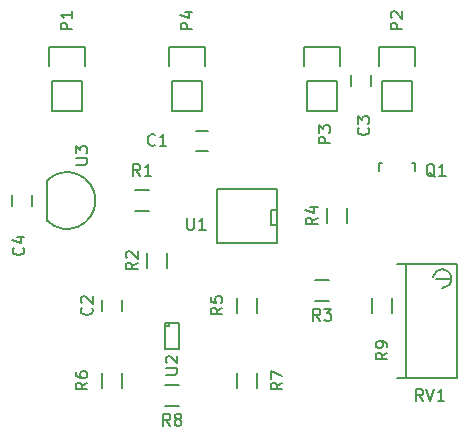
<source format=gbr>
G04 #@! TF.FileFunction,Legend,Top*
%FSLAX46Y46*%
G04 Gerber Fmt 4.6, Leading zero omitted, Abs format (unit mm)*
G04 Created by KiCad (PCBNEW 4.0.2-stable) date Tuesday, April 12, 2016 'PMt' 12:32:30 PM*
%MOMM*%
G01*
G04 APERTURE LIST*
%ADD10C,0.100000*%
%ADD11C,0.150000*%
G04 APERTURE END LIST*
D10*
D11*
X64000000Y-104560000D02*
X63000000Y-104560000D01*
X63000000Y-106260000D02*
X64000000Y-106260000D01*
X55030000Y-118880000D02*
X55030000Y-119880000D01*
X56730000Y-119880000D02*
X56730000Y-118880000D01*
X76112000Y-99830000D02*
X76112000Y-100830000D01*
X77812000Y-100830000D02*
X77812000Y-99830000D01*
X47410000Y-109990000D02*
X47410000Y-110990000D01*
X49110000Y-110990000D02*
X49110000Y-109990000D01*
X50520000Y-97510000D02*
X50520000Y-99060000D01*
X50800000Y-102870000D02*
X50800000Y-100330000D01*
X50800000Y-100330000D02*
X53340000Y-100330000D01*
X53620000Y-99060000D02*
X53620000Y-97510000D01*
X53620000Y-97510000D02*
X50520000Y-97510000D01*
X53340000Y-100330000D02*
X53340000Y-102870000D01*
X53340000Y-102870000D02*
X50800000Y-102870000D01*
X78460000Y-97510000D02*
X78460000Y-99060000D01*
X78740000Y-102870000D02*
X78740000Y-100330000D01*
X78740000Y-100330000D02*
X81280000Y-100330000D01*
X81560000Y-99060000D02*
X81560000Y-97510000D01*
X81560000Y-97510000D02*
X78460000Y-97510000D01*
X81280000Y-100330000D02*
X81280000Y-102870000D01*
X81280000Y-102870000D02*
X78740000Y-102870000D01*
X72110000Y-97510000D02*
X72110000Y-99060000D01*
X72390000Y-102870000D02*
X72390000Y-100330000D01*
X72390000Y-100330000D02*
X74930000Y-100330000D01*
X75210000Y-99060000D02*
X75210000Y-97510000D01*
X75210000Y-97510000D02*
X72110000Y-97510000D01*
X74930000Y-100330000D02*
X74930000Y-102870000D01*
X74930000Y-102870000D02*
X72390000Y-102870000D01*
X60680000Y-97510000D02*
X60680000Y-99060000D01*
X60960000Y-102870000D02*
X60960000Y-100330000D01*
X60960000Y-100330000D02*
X63500000Y-100330000D01*
X63780000Y-99060000D02*
X63780000Y-97510000D01*
X63780000Y-97510000D02*
X60680000Y-97510000D01*
X63500000Y-100330000D02*
X63500000Y-102870000D01*
X63500000Y-102870000D02*
X60960000Y-102870000D01*
X81309160Y-107299760D02*
X81260900Y-107299760D01*
X78510180Y-108000800D02*
X78510180Y-107299760D01*
X78510180Y-107299760D02*
X78759100Y-107299760D01*
X81309160Y-107299760D02*
X81509820Y-107299760D01*
X81509820Y-107299760D02*
X81509820Y-108000800D01*
X57820000Y-109615000D02*
X59020000Y-109615000D01*
X59020000Y-111365000D02*
X57820000Y-111365000D01*
X60565000Y-114970000D02*
X60565000Y-116170000D01*
X58815000Y-116170000D02*
X58815000Y-114970000D01*
X73060000Y-117235000D02*
X74260000Y-117235000D01*
X74260000Y-118985000D02*
X73060000Y-118985000D01*
X75805000Y-111160000D02*
X75805000Y-112360000D01*
X74055000Y-112360000D02*
X74055000Y-111160000D01*
X68185000Y-118780000D02*
X68185000Y-119980000D01*
X66435000Y-119980000D02*
X66435000Y-118780000D01*
X55005000Y-126330000D02*
X55005000Y-125130000D01*
X56755000Y-125130000D02*
X56755000Y-126330000D01*
X66435000Y-126330000D02*
X66435000Y-125130000D01*
X68185000Y-125130000D02*
X68185000Y-126330000D01*
X60360000Y-126125000D02*
X61560000Y-126125000D01*
X61560000Y-127875000D02*
X60360000Y-127875000D01*
X79615000Y-118780000D02*
X79615000Y-119980000D01*
X77865000Y-119980000D02*
X77865000Y-118780000D01*
X84582000Y-117094000D02*
X83312000Y-117094000D01*
X83832700Y-117881400D02*
X84086700Y-117843300D01*
X84086700Y-117843300D02*
X84366100Y-117665500D01*
X84366100Y-117665500D02*
X84582000Y-117348000D01*
X84582000Y-117348000D02*
X84594700Y-116903500D01*
X84594700Y-116903500D02*
X84391500Y-116547900D01*
X84391500Y-116547900D02*
X84099400Y-116370100D01*
X84099400Y-116370100D02*
X83781900Y-116319300D01*
X83781900Y-116319300D02*
X83375500Y-116420900D01*
X83375500Y-116420900D02*
X83121500Y-116763800D01*
X83121500Y-116763800D02*
X83032600Y-116941600D01*
X80772000Y-125476000D02*
X80772000Y-115824000D01*
X83820000Y-115824000D02*
X85090000Y-115824000D01*
X85090000Y-115824000D02*
X85090000Y-125476000D01*
X85090000Y-125476000D02*
X80010000Y-125476000D01*
X80010000Y-115824000D02*
X82550000Y-115824000D01*
X82550000Y-115824000D02*
X83820000Y-115824000D01*
X69850000Y-114046000D02*
X64770000Y-114046000D01*
X64770000Y-114046000D02*
X64770000Y-109474000D01*
X64770000Y-109474000D02*
X69850000Y-109474000D01*
X69850000Y-109474000D02*
X69850000Y-114046000D01*
X69850000Y-112522000D02*
X69342000Y-112522000D01*
X69342000Y-112522000D02*
X69342000Y-111252000D01*
X69342000Y-111252000D02*
X69850000Y-111252000D01*
X60660000Y-120820000D02*
X60660000Y-121120000D01*
X60660000Y-121120000D02*
X60360000Y-121120000D01*
X61560000Y-123020000D02*
X61560000Y-120820000D01*
X61560000Y-120820000D02*
X60360000Y-120820000D01*
X60360000Y-120820000D02*
X60360000Y-123020000D01*
X60360000Y-123020000D02*
X61560000Y-123020000D01*
X50370000Y-108790000D02*
X50370000Y-112190000D01*
X50372944Y-108792944D02*
G75*
G02X54470000Y-110490000I1697056J-1697056D01*
G01*
X50372944Y-112187056D02*
G75*
G03X54470000Y-110490000I1697056J1697056D01*
G01*
X59523334Y-105767143D02*
X59475715Y-105814762D01*
X59332858Y-105862381D01*
X59237620Y-105862381D01*
X59094762Y-105814762D01*
X58999524Y-105719524D01*
X58951905Y-105624286D01*
X58904286Y-105433810D01*
X58904286Y-105290952D01*
X58951905Y-105100476D01*
X58999524Y-105005238D01*
X59094762Y-104910000D01*
X59237620Y-104862381D01*
X59332858Y-104862381D01*
X59475715Y-104910000D01*
X59523334Y-104957619D01*
X60475715Y-105862381D02*
X59904286Y-105862381D01*
X60190000Y-105862381D02*
X60190000Y-104862381D01*
X60094762Y-105005238D01*
X59999524Y-105100476D01*
X59904286Y-105148095D01*
X54137143Y-119546666D02*
X54184762Y-119594285D01*
X54232381Y-119737142D01*
X54232381Y-119832380D01*
X54184762Y-119975238D01*
X54089524Y-120070476D01*
X53994286Y-120118095D01*
X53803810Y-120165714D01*
X53660952Y-120165714D01*
X53470476Y-120118095D01*
X53375238Y-120070476D01*
X53280000Y-119975238D01*
X53232381Y-119832380D01*
X53232381Y-119737142D01*
X53280000Y-119594285D01*
X53327619Y-119546666D01*
X53327619Y-119165714D02*
X53280000Y-119118095D01*
X53232381Y-119022857D01*
X53232381Y-118784761D01*
X53280000Y-118689523D01*
X53327619Y-118641904D01*
X53422857Y-118594285D01*
X53518095Y-118594285D01*
X53660952Y-118641904D01*
X54232381Y-119213333D01*
X54232381Y-118594285D01*
X77573143Y-104306666D02*
X77620762Y-104354285D01*
X77668381Y-104497142D01*
X77668381Y-104592380D01*
X77620762Y-104735238D01*
X77525524Y-104830476D01*
X77430286Y-104878095D01*
X77239810Y-104925714D01*
X77096952Y-104925714D01*
X76906476Y-104878095D01*
X76811238Y-104830476D01*
X76716000Y-104735238D01*
X76668381Y-104592380D01*
X76668381Y-104497142D01*
X76716000Y-104354285D01*
X76763619Y-104306666D01*
X76668381Y-103973333D02*
X76668381Y-103354285D01*
X77049333Y-103687619D01*
X77049333Y-103544761D01*
X77096952Y-103449523D01*
X77144571Y-103401904D01*
X77239810Y-103354285D01*
X77477905Y-103354285D01*
X77573143Y-103401904D01*
X77620762Y-103449523D01*
X77668381Y-103544761D01*
X77668381Y-103830476D01*
X77620762Y-103925714D01*
X77573143Y-103973333D01*
X48363143Y-114466666D02*
X48410762Y-114514285D01*
X48458381Y-114657142D01*
X48458381Y-114752380D01*
X48410762Y-114895238D01*
X48315524Y-114990476D01*
X48220286Y-115038095D01*
X48029810Y-115085714D01*
X47886952Y-115085714D01*
X47696476Y-115038095D01*
X47601238Y-114990476D01*
X47506000Y-114895238D01*
X47458381Y-114752380D01*
X47458381Y-114657142D01*
X47506000Y-114514285D01*
X47553619Y-114466666D01*
X47791714Y-113609523D02*
X48458381Y-113609523D01*
X47410762Y-113847619D02*
X48125048Y-114085714D01*
X48125048Y-113466666D01*
X52522381Y-95988095D02*
X51522381Y-95988095D01*
X51522381Y-95607142D01*
X51570000Y-95511904D01*
X51617619Y-95464285D01*
X51712857Y-95416666D01*
X51855714Y-95416666D01*
X51950952Y-95464285D01*
X51998571Y-95511904D01*
X52046190Y-95607142D01*
X52046190Y-95988095D01*
X52522381Y-94464285D02*
X52522381Y-95035714D01*
X52522381Y-94750000D02*
X51522381Y-94750000D01*
X51665238Y-94845238D01*
X51760476Y-94940476D01*
X51808095Y-95035714D01*
X80462381Y-95988095D02*
X79462381Y-95988095D01*
X79462381Y-95607142D01*
X79510000Y-95511904D01*
X79557619Y-95464285D01*
X79652857Y-95416666D01*
X79795714Y-95416666D01*
X79890952Y-95464285D01*
X79938571Y-95511904D01*
X79986190Y-95607142D01*
X79986190Y-95988095D01*
X79557619Y-95035714D02*
X79510000Y-94988095D01*
X79462381Y-94892857D01*
X79462381Y-94654761D01*
X79510000Y-94559523D01*
X79557619Y-94511904D01*
X79652857Y-94464285D01*
X79748095Y-94464285D01*
X79890952Y-94511904D01*
X80462381Y-95083333D01*
X80462381Y-94464285D01*
X74366381Y-105640095D02*
X73366381Y-105640095D01*
X73366381Y-105259142D01*
X73414000Y-105163904D01*
X73461619Y-105116285D01*
X73556857Y-105068666D01*
X73699714Y-105068666D01*
X73794952Y-105116285D01*
X73842571Y-105163904D01*
X73890190Y-105259142D01*
X73890190Y-105640095D01*
X73366381Y-104735333D02*
X73366381Y-104116285D01*
X73747333Y-104449619D01*
X73747333Y-104306761D01*
X73794952Y-104211523D01*
X73842571Y-104163904D01*
X73937810Y-104116285D01*
X74175905Y-104116285D01*
X74271143Y-104163904D01*
X74318762Y-104211523D01*
X74366381Y-104306761D01*
X74366381Y-104592476D01*
X74318762Y-104687714D01*
X74271143Y-104735333D01*
X62682381Y-95988095D02*
X61682381Y-95988095D01*
X61682381Y-95607142D01*
X61730000Y-95511904D01*
X61777619Y-95464285D01*
X61872857Y-95416666D01*
X62015714Y-95416666D01*
X62110952Y-95464285D01*
X62158571Y-95511904D01*
X62206190Y-95607142D01*
X62206190Y-95988095D01*
X62015714Y-94559523D02*
X62682381Y-94559523D01*
X61634762Y-94797619D02*
X62349048Y-95035714D01*
X62349048Y-94416666D01*
X83216762Y-108497619D02*
X83121524Y-108450000D01*
X83026286Y-108354762D01*
X82883429Y-108211905D01*
X82788190Y-108164286D01*
X82692952Y-108164286D01*
X82740571Y-108402381D02*
X82645333Y-108354762D01*
X82550095Y-108259524D01*
X82502476Y-108069048D01*
X82502476Y-107735714D01*
X82550095Y-107545238D01*
X82645333Y-107450000D01*
X82740571Y-107402381D01*
X82931048Y-107402381D01*
X83026286Y-107450000D01*
X83121524Y-107545238D01*
X83169143Y-107735714D01*
X83169143Y-108069048D01*
X83121524Y-108259524D01*
X83026286Y-108354762D01*
X82931048Y-108402381D01*
X82740571Y-108402381D01*
X84121524Y-108402381D02*
X83550095Y-108402381D01*
X83835809Y-108402381D02*
X83835809Y-107402381D01*
X83740571Y-107545238D01*
X83645333Y-107640476D01*
X83550095Y-107688095D01*
X58253334Y-108402381D02*
X57920000Y-107926190D01*
X57681905Y-108402381D02*
X57681905Y-107402381D01*
X58062858Y-107402381D01*
X58158096Y-107450000D01*
X58205715Y-107497619D01*
X58253334Y-107592857D01*
X58253334Y-107735714D01*
X58205715Y-107830952D01*
X58158096Y-107878571D01*
X58062858Y-107926190D01*
X57681905Y-107926190D01*
X59205715Y-108402381D02*
X58634286Y-108402381D01*
X58920000Y-108402381D02*
X58920000Y-107402381D01*
X58824762Y-107545238D01*
X58729524Y-107640476D01*
X58634286Y-107688095D01*
X58042381Y-115736666D02*
X57566190Y-116070000D01*
X58042381Y-116308095D02*
X57042381Y-116308095D01*
X57042381Y-115927142D01*
X57090000Y-115831904D01*
X57137619Y-115784285D01*
X57232857Y-115736666D01*
X57375714Y-115736666D01*
X57470952Y-115784285D01*
X57518571Y-115831904D01*
X57566190Y-115927142D01*
X57566190Y-116308095D01*
X57137619Y-115355714D02*
X57090000Y-115308095D01*
X57042381Y-115212857D01*
X57042381Y-114974761D01*
X57090000Y-114879523D01*
X57137619Y-114831904D01*
X57232857Y-114784285D01*
X57328095Y-114784285D01*
X57470952Y-114831904D01*
X58042381Y-115403333D01*
X58042381Y-114784285D01*
X73493334Y-120662381D02*
X73160000Y-120186190D01*
X72921905Y-120662381D02*
X72921905Y-119662381D01*
X73302858Y-119662381D01*
X73398096Y-119710000D01*
X73445715Y-119757619D01*
X73493334Y-119852857D01*
X73493334Y-119995714D01*
X73445715Y-120090952D01*
X73398096Y-120138571D01*
X73302858Y-120186190D01*
X72921905Y-120186190D01*
X73826667Y-119662381D02*
X74445715Y-119662381D01*
X74112381Y-120043333D01*
X74255239Y-120043333D01*
X74350477Y-120090952D01*
X74398096Y-120138571D01*
X74445715Y-120233810D01*
X74445715Y-120471905D01*
X74398096Y-120567143D01*
X74350477Y-120614762D01*
X74255239Y-120662381D01*
X73969524Y-120662381D01*
X73874286Y-120614762D01*
X73826667Y-120567143D01*
X73282381Y-111926666D02*
X72806190Y-112260000D01*
X73282381Y-112498095D02*
X72282381Y-112498095D01*
X72282381Y-112117142D01*
X72330000Y-112021904D01*
X72377619Y-111974285D01*
X72472857Y-111926666D01*
X72615714Y-111926666D01*
X72710952Y-111974285D01*
X72758571Y-112021904D01*
X72806190Y-112117142D01*
X72806190Y-112498095D01*
X72615714Y-111069523D02*
X73282381Y-111069523D01*
X72234762Y-111307619D02*
X72949048Y-111545714D01*
X72949048Y-110926666D01*
X65222381Y-119546666D02*
X64746190Y-119880000D01*
X65222381Y-120118095D02*
X64222381Y-120118095D01*
X64222381Y-119737142D01*
X64270000Y-119641904D01*
X64317619Y-119594285D01*
X64412857Y-119546666D01*
X64555714Y-119546666D01*
X64650952Y-119594285D01*
X64698571Y-119641904D01*
X64746190Y-119737142D01*
X64746190Y-120118095D01*
X64222381Y-118641904D02*
X64222381Y-119118095D01*
X64698571Y-119165714D01*
X64650952Y-119118095D01*
X64603333Y-119022857D01*
X64603333Y-118784761D01*
X64650952Y-118689523D01*
X64698571Y-118641904D01*
X64793810Y-118594285D01*
X65031905Y-118594285D01*
X65127143Y-118641904D01*
X65174762Y-118689523D01*
X65222381Y-118784761D01*
X65222381Y-119022857D01*
X65174762Y-119118095D01*
X65127143Y-119165714D01*
X53792381Y-125896666D02*
X53316190Y-126230000D01*
X53792381Y-126468095D02*
X52792381Y-126468095D01*
X52792381Y-126087142D01*
X52840000Y-125991904D01*
X52887619Y-125944285D01*
X52982857Y-125896666D01*
X53125714Y-125896666D01*
X53220952Y-125944285D01*
X53268571Y-125991904D01*
X53316190Y-126087142D01*
X53316190Y-126468095D01*
X52792381Y-125039523D02*
X52792381Y-125230000D01*
X52840000Y-125325238D01*
X52887619Y-125372857D01*
X53030476Y-125468095D01*
X53220952Y-125515714D01*
X53601905Y-125515714D01*
X53697143Y-125468095D01*
X53744762Y-125420476D01*
X53792381Y-125325238D01*
X53792381Y-125134761D01*
X53744762Y-125039523D01*
X53697143Y-124991904D01*
X53601905Y-124944285D01*
X53363810Y-124944285D01*
X53268571Y-124991904D01*
X53220952Y-125039523D01*
X53173333Y-125134761D01*
X53173333Y-125325238D01*
X53220952Y-125420476D01*
X53268571Y-125468095D01*
X53363810Y-125515714D01*
X70302381Y-125896666D02*
X69826190Y-126230000D01*
X70302381Y-126468095D02*
X69302381Y-126468095D01*
X69302381Y-126087142D01*
X69350000Y-125991904D01*
X69397619Y-125944285D01*
X69492857Y-125896666D01*
X69635714Y-125896666D01*
X69730952Y-125944285D01*
X69778571Y-125991904D01*
X69826190Y-126087142D01*
X69826190Y-126468095D01*
X69302381Y-125563333D02*
X69302381Y-124896666D01*
X70302381Y-125325238D01*
X60793334Y-129552381D02*
X60460000Y-129076190D01*
X60221905Y-129552381D02*
X60221905Y-128552381D01*
X60602858Y-128552381D01*
X60698096Y-128600000D01*
X60745715Y-128647619D01*
X60793334Y-128742857D01*
X60793334Y-128885714D01*
X60745715Y-128980952D01*
X60698096Y-129028571D01*
X60602858Y-129076190D01*
X60221905Y-129076190D01*
X61364762Y-128980952D02*
X61269524Y-128933333D01*
X61221905Y-128885714D01*
X61174286Y-128790476D01*
X61174286Y-128742857D01*
X61221905Y-128647619D01*
X61269524Y-128600000D01*
X61364762Y-128552381D01*
X61555239Y-128552381D01*
X61650477Y-128600000D01*
X61698096Y-128647619D01*
X61745715Y-128742857D01*
X61745715Y-128790476D01*
X61698096Y-128885714D01*
X61650477Y-128933333D01*
X61555239Y-128980952D01*
X61364762Y-128980952D01*
X61269524Y-129028571D01*
X61221905Y-129076190D01*
X61174286Y-129171429D01*
X61174286Y-129361905D01*
X61221905Y-129457143D01*
X61269524Y-129504762D01*
X61364762Y-129552381D01*
X61555239Y-129552381D01*
X61650477Y-129504762D01*
X61698096Y-129457143D01*
X61745715Y-129361905D01*
X61745715Y-129171429D01*
X61698096Y-129076190D01*
X61650477Y-129028571D01*
X61555239Y-128980952D01*
X79192381Y-123356666D02*
X78716190Y-123690000D01*
X79192381Y-123928095D02*
X78192381Y-123928095D01*
X78192381Y-123547142D01*
X78240000Y-123451904D01*
X78287619Y-123404285D01*
X78382857Y-123356666D01*
X78525714Y-123356666D01*
X78620952Y-123404285D01*
X78668571Y-123451904D01*
X78716190Y-123547142D01*
X78716190Y-123928095D01*
X79192381Y-122880476D02*
X79192381Y-122690000D01*
X79144762Y-122594761D01*
X79097143Y-122547142D01*
X78954286Y-122451904D01*
X78763810Y-122404285D01*
X78382857Y-122404285D01*
X78287619Y-122451904D01*
X78240000Y-122499523D01*
X78192381Y-122594761D01*
X78192381Y-122785238D01*
X78240000Y-122880476D01*
X78287619Y-122928095D01*
X78382857Y-122975714D01*
X78620952Y-122975714D01*
X78716190Y-122928095D01*
X78763810Y-122880476D01*
X78811429Y-122785238D01*
X78811429Y-122594761D01*
X78763810Y-122499523D01*
X78716190Y-122451904D01*
X78620952Y-122404285D01*
X82208762Y-127452381D02*
X81875428Y-126976190D01*
X81637333Y-127452381D02*
X81637333Y-126452381D01*
X82018286Y-126452381D01*
X82113524Y-126500000D01*
X82161143Y-126547619D01*
X82208762Y-126642857D01*
X82208762Y-126785714D01*
X82161143Y-126880952D01*
X82113524Y-126928571D01*
X82018286Y-126976190D01*
X81637333Y-126976190D01*
X82494476Y-126452381D02*
X82827809Y-127452381D01*
X83161143Y-126452381D01*
X84018286Y-127452381D02*
X83446857Y-127452381D01*
X83732571Y-127452381D02*
X83732571Y-126452381D01*
X83637333Y-126595238D01*
X83542095Y-126690476D01*
X83446857Y-126738095D01*
X62230095Y-111974381D02*
X62230095Y-112783905D01*
X62277714Y-112879143D01*
X62325333Y-112926762D01*
X62420571Y-112974381D01*
X62611048Y-112974381D01*
X62706286Y-112926762D01*
X62753905Y-112879143D01*
X62801524Y-112783905D01*
X62801524Y-111974381D01*
X63801524Y-112974381D02*
X63230095Y-112974381D01*
X63515809Y-112974381D02*
X63515809Y-111974381D01*
X63420571Y-112117238D01*
X63325333Y-112212476D01*
X63230095Y-112260095D01*
X60412381Y-125221905D02*
X61221905Y-125221905D01*
X61317143Y-125174286D01*
X61364762Y-125126667D01*
X61412381Y-125031429D01*
X61412381Y-124840952D01*
X61364762Y-124745714D01*
X61317143Y-124698095D01*
X61221905Y-124650476D01*
X60412381Y-124650476D01*
X60507619Y-124221905D02*
X60460000Y-124174286D01*
X60412381Y-124079048D01*
X60412381Y-123840952D01*
X60460000Y-123745714D01*
X60507619Y-123698095D01*
X60602857Y-123650476D01*
X60698095Y-123650476D01*
X60840952Y-123698095D01*
X61412381Y-124269524D01*
X61412381Y-123650476D01*
X52792381Y-107441905D02*
X53601905Y-107441905D01*
X53697143Y-107394286D01*
X53744762Y-107346667D01*
X53792381Y-107251429D01*
X53792381Y-107060952D01*
X53744762Y-106965714D01*
X53697143Y-106918095D01*
X53601905Y-106870476D01*
X52792381Y-106870476D01*
X52792381Y-106489524D02*
X52792381Y-105870476D01*
X53173333Y-106203810D01*
X53173333Y-106060952D01*
X53220952Y-105965714D01*
X53268571Y-105918095D01*
X53363810Y-105870476D01*
X53601905Y-105870476D01*
X53697143Y-105918095D01*
X53744762Y-105965714D01*
X53792381Y-106060952D01*
X53792381Y-106346667D01*
X53744762Y-106441905D01*
X53697143Y-106489524D01*
M02*

</source>
